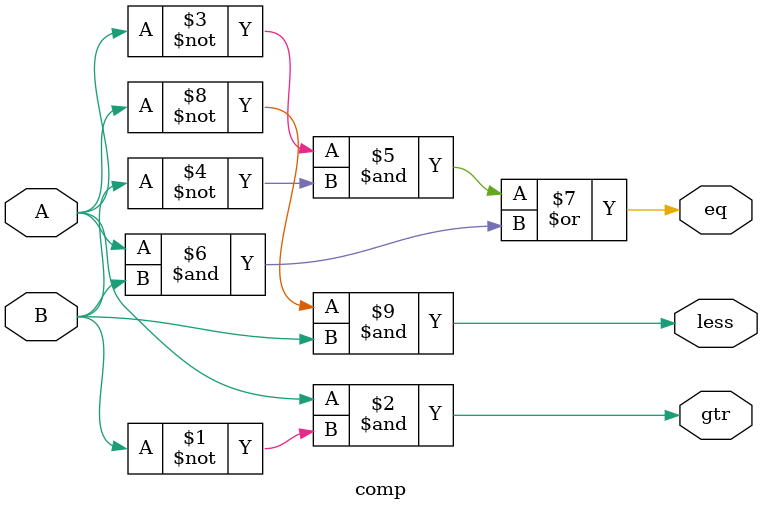
<source format=v>
module comp(output gtr,eq,less,input A,B);
assign gtr = A&~B;
assign eq = (~A&~B)|(A&B);
assign less = ~A&B;
endmodule   
</source>
